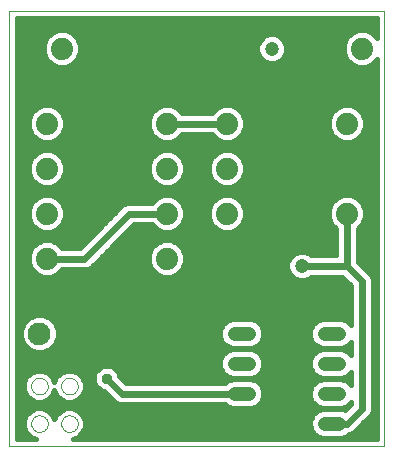
<source format=gbl>
G75*
%MOIN*%
%OFA0B0*%
%FSLAX24Y24*%
%IPPOS*%
%LPD*%
%AMOC8*
5,1,8,0,0,1.08239X$1,22.5*
%
%ADD10C,0.0000*%
%ADD11R,0.0472X0.0472*%
%ADD12C,0.0472*%
%ADD13C,0.0740*%
%ADD14C,0.0480*%
%ADD15C,0.0760*%
%ADD16C,0.0160*%
%ADD17C,0.2540*%
%ADD18R,0.0760X0.0760*%
%ADD19C,0.0240*%
%ADD20OC8,0.0356*%
D10*
X000180Y000346D02*
X000180Y014846D01*
X012680Y014846D01*
X012680Y000346D01*
X000180Y000346D01*
X000904Y001096D02*
X000906Y001129D01*
X000912Y001161D01*
X000921Y001192D01*
X000934Y001222D01*
X000951Y001250D01*
X000971Y001276D01*
X000994Y001300D01*
X001019Y001320D01*
X001047Y001338D01*
X001076Y001352D01*
X001107Y001362D01*
X001139Y001369D01*
X001172Y001372D01*
X001205Y001371D01*
X001237Y001366D01*
X001268Y001357D01*
X001299Y001345D01*
X001327Y001329D01*
X001354Y001310D01*
X001378Y001288D01*
X001399Y001263D01*
X001418Y001236D01*
X001433Y001207D01*
X001444Y001177D01*
X001452Y001145D01*
X001456Y001112D01*
X001456Y001080D01*
X001452Y001047D01*
X001444Y001015D01*
X001433Y000985D01*
X001418Y000956D01*
X001399Y000929D01*
X001378Y000904D01*
X001354Y000882D01*
X001327Y000863D01*
X001299Y000847D01*
X001268Y000835D01*
X001237Y000826D01*
X001205Y000821D01*
X001172Y000820D01*
X001139Y000823D01*
X001107Y000830D01*
X001076Y000840D01*
X001047Y000854D01*
X001019Y000872D01*
X000994Y000892D01*
X000971Y000916D01*
X000951Y000942D01*
X000934Y000970D01*
X000921Y001000D01*
X000912Y001031D01*
X000906Y001063D01*
X000904Y001096D01*
X000904Y002346D02*
X000906Y002379D01*
X000912Y002411D01*
X000921Y002442D01*
X000934Y002472D01*
X000951Y002500D01*
X000971Y002526D01*
X000994Y002550D01*
X001019Y002570D01*
X001047Y002588D01*
X001076Y002602D01*
X001107Y002612D01*
X001139Y002619D01*
X001172Y002622D01*
X001205Y002621D01*
X001237Y002616D01*
X001268Y002607D01*
X001299Y002595D01*
X001327Y002579D01*
X001354Y002560D01*
X001378Y002538D01*
X001399Y002513D01*
X001418Y002486D01*
X001433Y002457D01*
X001444Y002427D01*
X001452Y002395D01*
X001456Y002362D01*
X001456Y002330D01*
X001452Y002297D01*
X001444Y002265D01*
X001433Y002235D01*
X001418Y002206D01*
X001399Y002179D01*
X001378Y002154D01*
X001354Y002132D01*
X001327Y002113D01*
X001299Y002097D01*
X001268Y002085D01*
X001237Y002076D01*
X001205Y002071D01*
X001172Y002070D01*
X001139Y002073D01*
X001107Y002080D01*
X001076Y002090D01*
X001047Y002104D01*
X001019Y002122D01*
X000994Y002142D01*
X000971Y002166D01*
X000951Y002192D01*
X000934Y002220D01*
X000921Y002250D01*
X000912Y002281D01*
X000906Y002313D01*
X000904Y002346D01*
X001904Y002346D02*
X001906Y002379D01*
X001912Y002411D01*
X001921Y002442D01*
X001934Y002472D01*
X001951Y002500D01*
X001971Y002526D01*
X001994Y002550D01*
X002019Y002570D01*
X002047Y002588D01*
X002076Y002602D01*
X002107Y002612D01*
X002139Y002619D01*
X002172Y002622D01*
X002205Y002621D01*
X002237Y002616D01*
X002268Y002607D01*
X002299Y002595D01*
X002327Y002579D01*
X002354Y002560D01*
X002378Y002538D01*
X002399Y002513D01*
X002418Y002486D01*
X002433Y002457D01*
X002444Y002427D01*
X002452Y002395D01*
X002456Y002362D01*
X002456Y002330D01*
X002452Y002297D01*
X002444Y002265D01*
X002433Y002235D01*
X002418Y002206D01*
X002399Y002179D01*
X002378Y002154D01*
X002354Y002132D01*
X002327Y002113D01*
X002299Y002097D01*
X002268Y002085D01*
X002237Y002076D01*
X002205Y002071D01*
X002172Y002070D01*
X002139Y002073D01*
X002107Y002080D01*
X002076Y002090D01*
X002047Y002104D01*
X002019Y002122D01*
X001994Y002142D01*
X001971Y002166D01*
X001951Y002192D01*
X001934Y002220D01*
X001921Y002250D01*
X001912Y002281D01*
X001906Y002313D01*
X001904Y002346D01*
X001904Y001096D02*
X001906Y001129D01*
X001912Y001161D01*
X001921Y001192D01*
X001934Y001222D01*
X001951Y001250D01*
X001971Y001276D01*
X001994Y001300D01*
X002019Y001320D01*
X002047Y001338D01*
X002076Y001352D01*
X002107Y001362D01*
X002139Y001369D01*
X002172Y001372D01*
X002205Y001371D01*
X002237Y001366D01*
X002268Y001357D01*
X002299Y001345D01*
X002327Y001329D01*
X002354Y001310D01*
X002378Y001288D01*
X002399Y001263D01*
X002418Y001236D01*
X002433Y001207D01*
X002444Y001177D01*
X002452Y001145D01*
X002456Y001112D01*
X002456Y001080D01*
X002452Y001047D01*
X002444Y001015D01*
X002433Y000985D01*
X002418Y000956D01*
X002399Y000929D01*
X002378Y000904D01*
X002354Y000882D01*
X002327Y000863D01*
X002299Y000847D01*
X002268Y000835D01*
X002237Y000826D01*
X002205Y000821D01*
X002172Y000820D01*
X002139Y000823D01*
X002107Y000830D01*
X002076Y000840D01*
X002047Y000854D01*
X002019Y000872D01*
X001994Y000892D01*
X001971Y000916D01*
X001951Y000942D01*
X001934Y000970D01*
X001921Y001000D01*
X001912Y001031D01*
X001906Y001063D01*
X001904Y001096D01*
D11*
X008938Y006346D03*
X007938Y013596D03*
D12*
X008922Y013596D03*
X009922Y006346D03*
D13*
X011430Y008096D03*
X011430Y009596D03*
X011430Y011096D03*
X010930Y013596D03*
X011930Y013596D03*
X007430Y011096D03*
X007430Y009596D03*
X007430Y008096D03*
X005430Y008096D03*
X005430Y006596D03*
X005430Y009596D03*
X005430Y011096D03*
X001930Y013596D03*
X000930Y013596D03*
X001430Y011096D03*
X001430Y009596D03*
X001430Y008096D03*
X001430Y006596D03*
D14*
X007690Y004096D02*
X008170Y004096D01*
X008170Y003096D02*
X007690Y003096D01*
X007690Y002096D02*
X008170Y002096D01*
X008170Y001096D02*
X007690Y001096D01*
X010690Y001096D02*
X011170Y001096D01*
X011170Y002096D02*
X010690Y002096D01*
X010690Y003096D02*
X011170Y003096D01*
X011170Y004096D02*
X010690Y004096D01*
D15*
X001180Y004096D03*
D16*
X001635Y003675D02*
X007453Y003675D01*
X007418Y003689D02*
X007595Y003616D01*
X008265Y003616D01*
X008442Y003689D01*
X008577Y003824D01*
X008650Y004001D01*
X008650Y004192D01*
X008577Y004368D01*
X008442Y004503D01*
X008265Y004576D01*
X007595Y004576D01*
X007418Y004503D01*
X007283Y004368D01*
X007210Y004192D01*
X007210Y004001D01*
X007283Y003824D01*
X007418Y003689D01*
X007450Y003516D02*
X001400Y003516D01*
X001303Y003476D02*
X001531Y003571D01*
X001706Y003745D01*
X001800Y003973D01*
X001800Y004220D01*
X001706Y004448D01*
X001531Y004622D01*
X001303Y004716D01*
X001057Y004716D01*
X000829Y004622D01*
X000654Y004448D01*
X000560Y004220D01*
X000560Y003973D01*
X000654Y003745D01*
X000829Y003571D01*
X001057Y003476D01*
X001303Y003476D01*
X000960Y003516D02*
X000420Y003516D01*
X000420Y003358D02*
X007279Y003358D01*
X007283Y003368D02*
X007210Y003192D01*
X007210Y003001D01*
X007283Y002824D01*
X007418Y002689D01*
X007595Y002616D01*
X008265Y002616D01*
X008442Y002689D01*
X008577Y002824D01*
X008650Y003001D01*
X008650Y003192D01*
X008577Y003368D01*
X008442Y003503D01*
X008265Y003576D01*
X007595Y003576D01*
X007418Y003503D01*
X007283Y003368D01*
X007213Y003199D02*
X000420Y003199D01*
X000420Y003041D02*
X007210Y003041D01*
X007259Y002882D02*
X003735Y002882D01*
X003848Y002770D02*
X003603Y003014D01*
X003257Y003014D01*
X003012Y002770D01*
X003012Y002423D01*
X003257Y002178D01*
X003339Y002178D01*
X003726Y001791D01*
X003858Y001736D01*
X007371Y001736D01*
X007418Y001689D01*
X007595Y001616D01*
X008265Y001616D01*
X008442Y001689D01*
X008577Y001824D01*
X008650Y002001D01*
X008650Y002192D01*
X008577Y002368D01*
X008442Y002503D01*
X008265Y002576D01*
X007595Y002576D01*
X007418Y002503D01*
X007371Y002456D01*
X004079Y002456D01*
X003848Y002687D01*
X003848Y002770D01*
X003848Y002724D02*
X007384Y002724D01*
X007568Y002565D02*
X003970Y002565D01*
X003427Y002090D02*
X002632Y002090D01*
X002617Y002054D02*
X002696Y002244D01*
X002696Y002449D01*
X002617Y002638D01*
X002472Y002783D01*
X002283Y002862D01*
X002077Y002862D01*
X001888Y002783D01*
X001743Y002638D01*
X001680Y002487D01*
X001617Y002638D01*
X001472Y002783D01*
X001283Y002862D01*
X001077Y002862D01*
X000888Y002783D01*
X000743Y002638D01*
X000664Y002449D01*
X000664Y002244D01*
X000743Y002054D01*
X000888Y001909D01*
X001077Y001831D01*
X001283Y001831D01*
X001472Y001909D01*
X001617Y002054D01*
X001680Y002206D01*
X001743Y002054D01*
X001888Y001909D01*
X002077Y001831D01*
X002283Y001831D01*
X002472Y001909D01*
X002617Y002054D01*
X002494Y001931D02*
X003586Y001931D01*
X003770Y001773D02*
X000420Y001773D01*
X000420Y001931D02*
X000866Y001931D01*
X000728Y002090D02*
X000420Y002090D01*
X000420Y002248D02*
X000664Y002248D01*
X000664Y002407D02*
X000420Y002407D01*
X000420Y002565D02*
X000713Y002565D01*
X000828Y002724D02*
X000420Y002724D01*
X000420Y002882D02*
X003125Y002882D01*
X003012Y002724D02*
X002532Y002724D01*
X002647Y002565D02*
X003012Y002565D01*
X003028Y002407D02*
X002696Y002407D01*
X002696Y002248D02*
X003187Y002248D01*
X002472Y001533D02*
X002617Y001388D01*
X002696Y001199D01*
X002696Y000994D01*
X002617Y000804D01*
X002472Y000659D01*
X002296Y000586D01*
X012440Y000586D01*
X012440Y013244D01*
X012276Y013079D01*
X012051Y012986D01*
X011809Y012986D01*
X011584Y013079D01*
X011413Y013251D01*
X011320Y013475D01*
X011320Y013718D01*
X011413Y013942D01*
X011584Y014113D01*
X011809Y014206D01*
X012051Y014206D01*
X012276Y014113D01*
X012440Y013949D01*
X012440Y014606D01*
X000420Y014606D01*
X000420Y000586D01*
X001064Y000586D01*
X000888Y000659D01*
X000743Y000804D01*
X000664Y000994D01*
X000664Y001199D01*
X000743Y001388D01*
X000888Y001533D01*
X001077Y001612D01*
X001283Y001612D01*
X001472Y001533D01*
X001617Y001388D01*
X001680Y001237D01*
X001743Y001388D01*
X001888Y001533D01*
X002077Y001612D01*
X002283Y001612D01*
X002472Y001533D01*
X002550Y001456D02*
X010371Y001456D01*
X010418Y001503D02*
X010283Y001368D01*
X010210Y001192D01*
X010210Y001001D01*
X010283Y000824D01*
X010418Y000689D01*
X010595Y000616D01*
X011265Y000616D01*
X011442Y000689D01*
X011489Y000736D01*
X011502Y000736D01*
X011634Y000791D01*
X012134Y001291D01*
X012235Y001392D01*
X012290Y001525D01*
X012290Y005918D01*
X012235Y006050D01*
X012134Y006152D01*
X011790Y006495D01*
X011790Y007594D01*
X011947Y007751D01*
X012040Y007975D01*
X012040Y008218D01*
X011947Y008442D01*
X011776Y008613D01*
X011551Y008706D01*
X011309Y008706D01*
X011084Y008613D01*
X010913Y008442D01*
X010820Y008218D01*
X010820Y007975D01*
X010913Y007751D01*
X011070Y007594D01*
X011070Y006706D01*
X010236Y006706D01*
X010192Y006750D01*
X010017Y006823D01*
X009827Y006823D01*
X009652Y006750D01*
X009518Y006616D01*
X009446Y006441D01*
X009446Y006252D01*
X009518Y006077D01*
X009652Y005943D01*
X009827Y005870D01*
X010017Y005870D01*
X010192Y005943D01*
X010236Y005986D01*
X011281Y005986D01*
X011570Y005697D01*
X011570Y004375D01*
X011442Y004503D01*
X011265Y004576D01*
X010595Y004576D01*
X010418Y004503D01*
X010283Y004368D01*
X010210Y004192D01*
X010210Y004001D01*
X010283Y003824D01*
X010418Y003689D01*
X010595Y003616D01*
X011265Y003616D01*
X011442Y003689D01*
X011570Y003818D01*
X011570Y003375D01*
X011442Y003503D01*
X011265Y003576D01*
X010595Y003576D01*
X010418Y003503D01*
X010283Y003368D01*
X010210Y003192D01*
X010210Y003001D01*
X010283Y002824D01*
X010418Y002689D01*
X010595Y002616D01*
X011265Y002616D01*
X011442Y002689D01*
X011570Y002818D01*
X011570Y002375D01*
X011442Y002503D01*
X011265Y002576D01*
X010595Y002576D01*
X010418Y002503D01*
X010283Y002368D01*
X010210Y002192D01*
X010210Y002001D01*
X010283Y001824D01*
X010418Y001689D01*
X010595Y001616D01*
X011265Y001616D01*
X011442Y001689D01*
X011570Y001818D01*
X011570Y001745D01*
X011361Y001537D01*
X011265Y001576D01*
X010595Y001576D01*
X010418Y001503D01*
X010335Y001773D02*
X008525Y001773D01*
X008621Y001931D02*
X010239Y001931D01*
X010210Y002090D02*
X008650Y002090D01*
X008627Y002248D02*
X010233Y002248D01*
X010322Y002407D02*
X008538Y002407D01*
X008292Y002565D02*
X010568Y002565D01*
X010384Y002724D02*
X008476Y002724D01*
X008601Y002882D02*
X010259Y002882D01*
X010210Y003041D02*
X008650Y003041D01*
X008647Y003199D02*
X010213Y003199D01*
X010279Y003358D02*
X008581Y003358D01*
X008410Y003516D02*
X010450Y003516D01*
X010453Y003675D02*
X008407Y003675D01*
X008581Y003833D02*
X010279Y003833D01*
X010214Y003992D02*
X008646Y003992D01*
X008650Y004150D02*
X010210Y004150D01*
X010258Y004309D02*
X008602Y004309D01*
X008478Y004467D02*
X010382Y004467D01*
X011407Y003675D02*
X011570Y003675D01*
X011570Y003516D02*
X011410Y003516D01*
X011476Y002724D02*
X011570Y002724D01*
X011570Y002565D02*
X011292Y002565D01*
X011538Y002407D02*
X011570Y002407D01*
X011570Y001773D02*
X011525Y001773D01*
X011439Y001614D02*
X000420Y001614D01*
X000420Y001456D02*
X000810Y001456D01*
X000705Y001297D02*
X000420Y001297D01*
X000420Y001139D02*
X000664Y001139D01*
X000670Y000980D02*
X000420Y000980D01*
X000420Y000822D02*
X000736Y000822D01*
X000884Y000663D02*
X000420Y000663D01*
X001494Y001931D02*
X001866Y001931D01*
X001728Y002090D02*
X001632Y002090D01*
X001647Y002565D02*
X001713Y002565D01*
X001828Y002724D02*
X001532Y002724D01*
X000725Y003675D02*
X000420Y003675D01*
X000420Y003833D02*
X000618Y003833D01*
X000560Y003992D02*
X000420Y003992D01*
X000420Y004150D02*
X000560Y004150D01*
X000597Y004309D02*
X000420Y004309D01*
X000420Y004467D02*
X000674Y004467D01*
X000838Y004626D02*
X000420Y004626D01*
X000420Y004784D02*
X011570Y004784D01*
X011570Y004626D02*
X001522Y004626D01*
X001686Y004467D02*
X007382Y004467D01*
X007258Y004309D02*
X001763Y004309D01*
X001800Y004150D02*
X007210Y004150D01*
X007214Y003992D02*
X001800Y003992D01*
X001742Y003833D02*
X007279Y003833D01*
X005776Y006079D02*
X005551Y005986D01*
X005309Y005986D01*
X005084Y006079D01*
X004913Y006251D01*
X004820Y006475D01*
X004820Y006718D01*
X004913Y006942D01*
X005084Y007113D01*
X005309Y007206D01*
X005551Y007206D01*
X005776Y007113D01*
X005947Y006942D01*
X006040Y006718D01*
X006040Y006475D01*
X005947Y006251D01*
X005776Y006079D01*
X005711Y006052D02*
X009543Y006052D01*
X009463Y006211D02*
X005907Y006211D01*
X005996Y006369D02*
X009446Y006369D01*
X009482Y006528D02*
X006040Y006528D01*
X006040Y006686D02*
X009589Y006686D01*
X009770Y005894D02*
X000420Y005894D01*
X000420Y006052D02*
X001149Y006052D01*
X001084Y006079D02*
X001309Y005986D01*
X001551Y005986D01*
X001776Y006079D01*
X001933Y006236D01*
X002752Y006236D01*
X002884Y006291D01*
X004329Y007736D01*
X004927Y007736D01*
X005084Y007579D01*
X005309Y007486D01*
X005551Y007486D01*
X005776Y007579D01*
X005947Y007751D01*
X006040Y007975D01*
X006040Y008218D01*
X005947Y008442D01*
X005776Y008613D01*
X005551Y008706D01*
X005309Y008706D01*
X005084Y008613D01*
X004927Y008456D01*
X004108Y008456D01*
X003976Y008402D01*
X003875Y008300D01*
X002531Y006956D01*
X001933Y006956D01*
X001776Y007113D01*
X001551Y007206D01*
X001309Y007206D01*
X001084Y007113D01*
X000913Y006942D01*
X000820Y006718D01*
X000820Y006475D01*
X000913Y006251D01*
X001084Y006079D01*
X000953Y006211D02*
X000420Y006211D01*
X000420Y006369D02*
X000864Y006369D01*
X000820Y006528D02*
X000420Y006528D01*
X000420Y006686D02*
X000820Y006686D01*
X000873Y006845D02*
X000420Y006845D01*
X000420Y007003D02*
X000974Y007003D01*
X001201Y007162D02*
X000420Y007162D01*
X000420Y007320D02*
X002895Y007320D01*
X002736Y007162D02*
X001659Y007162D01*
X001886Y007003D02*
X002578Y007003D01*
X003053Y007479D02*
X000420Y007479D01*
X000420Y007637D02*
X001026Y007637D01*
X001084Y007579D02*
X000913Y007751D01*
X000820Y007975D01*
X000820Y008218D01*
X000913Y008442D01*
X001084Y008613D01*
X001309Y008706D01*
X001551Y008706D01*
X001776Y008613D01*
X001947Y008442D01*
X002040Y008218D01*
X002040Y007975D01*
X001947Y007751D01*
X001776Y007579D01*
X001551Y007486D01*
X001309Y007486D01*
X001084Y007579D01*
X000894Y007796D02*
X000420Y007796D01*
X000420Y007954D02*
X000829Y007954D01*
X000820Y008113D02*
X000420Y008113D01*
X000420Y008271D02*
X000842Y008271D01*
X000908Y008430D02*
X000420Y008430D01*
X000420Y008588D02*
X001059Y008588D01*
X001309Y008986D02*
X001551Y008986D01*
X001776Y009079D01*
X001947Y009251D01*
X002040Y009475D01*
X002040Y009718D01*
X001947Y009942D01*
X001776Y010113D01*
X001551Y010206D01*
X001309Y010206D01*
X001084Y010113D01*
X000913Y009942D01*
X000820Y009718D01*
X000820Y009475D01*
X000913Y009251D01*
X001084Y009079D01*
X001309Y008986D01*
X001122Y009064D02*
X000420Y009064D01*
X000420Y009222D02*
X000941Y009222D01*
X000859Y009381D02*
X000420Y009381D01*
X000420Y009539D02*
X000820Y009539D01*
X000820Y009698D02*
X000420Y009698D01*
X000420Y009856D02*
X000877Y009856D01*
X000986Y010015D02*
X000420Y010015D01*
X000420Y010173D02*
X001229Y010173D01*
X001309Y010486D02*
X001551Y010486D01*
X001776Y010579D01*
X001947Y010751D01*
X002040Y010975D01*
X002040Y011218D01*
X001947Y011442D01*
X001776Y011613D01*
X001551Y011706D01*
X001309Y011706D01*
X001084Y011613D01*
X000913Y011442D01*
X000820Y011218D01*
X000820Y010975D01*
X000913Y010751D01*
X001084Y010579D01*
X001309Y010486D01*
X001299Y010490D02*
X000420Y010490D01*
X000420Y010332D02*
X012440Y010332D01*
X012440Y010490D02*
X011561Y010490D01*
X011551Y010486D02*
X011776Y010579D01*
X011947Y010751D01*
X012040Y010975D01*
X012040Y011218D01*
X011947Y011442D01*
X011776Y011613D01*
X011551Y011706D01*
X011309Y011706D01*
X011084Y011613D01*
X010913Y011442D01*
X010820Y011218D01*
X010820Y010975D01*
X010913Y010751D01*
X011084Y010579D01*
X011309Y010486D01*
X011551Y010486D01*
X011299Y010490D02*
X007561Y010490D01*
X007551Y010486D02*
X007776Y010579D01*
X007947Y010751D01*
X008040Y010975D01*
X008040Y011218D01*
X007947Y011442D01*
X007776Y011613D01*
X007551Y011706D01*
X007309Y011706D01*
X007084Y011613D01*
X006927Y011456D01*
X005933Y011456D01*
X005776Y011613D01*
X005551Y011706D01*
X005309Y011706D01*
X005084Y011613D01*
X004913Y011442D01*
X004820Y011218D01*
X004820Y010975D01*
X004913Y010751D01*
X005084Y010579D01*
X005309Y010486D01*
X005551Y010486D01*
X005776Y010579D01*
X005933Y010736D01*
X006927Y010736D01*
X007084Y010579D01*
X007309Y010486D01*
X007551Y010486D01*
X007299Y010490D02*
X005561Y010490D01*
X005299Y010490D02*
X001561Y010490D01*
X001631Y010173D02*
X005229Y010173D01*
X005309Y010206D02*
X005084Y010113D01*
X004913Y009942D01*
X004820Y009718D01*
X004820Y009475D01*
X004913Y009251D01*
X005084Y009079D01*
X005309Y008986D01*
X005551Y008986D01*
X005776Y009079D01*
X005947Y009251D01*
X006040Y009475D01*
X006040Y009718D01*
X005947Y009942D01*
X005776Y010113D01*
X005551Y010206D01*
X005309Y010206D01*
X005631Y010173D02*
X007229Y010173D01*
X007309Y010206D02*
X007084Y010113D01*
X006913Y009942D01*
X006820Y009718D01*
X006820Y009475D01*
X006913Y009251D01*
X007084Y009079D01*
X007309Y008986D01*
X007551Y008986D01*
X007776Y009079D01*
X007947Y009251D01*
X008040Y009475D01*
X008040Y009718D01*
X007947Y009942D01*
X007776Y010113D01*
X007551Y010206D01*
X007309Y010206D01*
X006986Y010015D02*
X005874Y010015D01*
X005983Y009856D02*
X006877Y009856D01*
X006820Y009698D02*
X006040Y009698D01*
X006040Y009539D02*
X006820Y009539D01*
X006859Y009381D02*
X006001Y009381D01*
X005919Y009222D02*
X006941Y009222D01*
X007122Y009064D02*
X005738Y009064D01*
X005801Y008588D02*
X007059Y008588D01*
X007084Y008613D02*
X006913Y008442D01*
X006820Y008218D01*
X006820Y007975D01*
X006913Y007751D01*
X007084Y007579D01*
X007309Y007486D01*
X007551Y007486D01*
X007776Y007579D01*
X007947Y007751D01*
X008040Y007975D01*
X008040Y008218D01*
X007947Y008442D01*
X007776Y008613D01*
X007551Y008706D01*
X007309Y008706D01*
X007084Y008613D01*
X006908Y008430D02*
X005952Y008430D01*
X006018Y008271D02*
X006842Y008271D01*
X006820Y008113D02*
X006040Y008113D01*
X006031Y007954D02*
X006829Y007954D01*
X006894Y007796D02*
X005966Y007796D01*
X005834Y007637D02*
X007026Y007637D01*
X007834Y007637D02*
X011026Y007637D01*
X011070Y007479D02*
X004072Y007479D01*
X004230Y007637D02*
X005026Y007637D01*
X005201Y007162D02*
X003755Y007162D01*
X003913Y007320D02*
X011070Y007320D01*
X011070Y007162D02*
X005659Y007162D01*
X005886Y007003D02*
X011070Y007003D01*
X011070Y006845D02*
X005987Y006845D01*
X005149Y006052D02*
X001711Y006052D01*
X001907Y006211D02*
X004953Y006211D01*
X004864Y006369D02*
X002962Y006369D01*
X003121Y006528D02*
X004820Y006528D01*
X004820Y006686D02*
X003279Y006686D01*
X003438Y006845D02*
X004873Y006845D01*
X004974Y007003D02*
X003596Y007003D01*
X003212Y007637D02*
X001834Y007637D01*
X001966Y007796D02*
X003370Y007796D01*
X003529Y007954D02*
X002031Y007954D01*
X002040Y008113D02*
X003687Y008113D01*
X003846Y008271D02*
X002018Y008271D01*
X001952Y008430D02*
X004044Y008430D01*
X004859Y009381D02*
X002001Y009381D01*
X002040Y009539D02*
X004820Y009539D01*
X004820Y009698D02*
X002040Y009698D01*
X001983Y009856D02*
X004877Y009856D01*
X004986Y010015D02*
X001874Y010015D01*
X001845Y010649D02*
X005015Y010649D01*
X004889Y010807D02*
X001971Y010807D01*
X002036Y010966D02*
X004824Y010966D01*
X004820Y011124D02*
X002040Y011124D01*
X002013Y011283D02*
X004847Y011283D01*
X004913Y011441D02*
X001947Y011441D01*
X001789Y011600D02*
X005071Y011600D01*
X005789Y011600D02*
X007071Y011600D01*
X007789Y011600D02*
X011071Y011600D01*
X010913Y011441D02*
X007947Y011441D01*
X008013Y011283D02*
X010847Y011283D01*
X010820Y011124D02*
X008040Y011124D01*
X008036Y010966D02*
X010824Y010966D01*
X010889Y010807D02*
X007971Y010807D01*
X007845Y010649D02*
X011015Y010649D01*
X011845Y010649D02*
X012440Y010649D01*
X012440Y010807D02*
X011971Y010807D01*
X012036Y010966D02*
X012440Y010966D01*
X012440Y011124D02*
X012040Y011124D01*
X012013Y011283D02*
X012440Y011283D01*
X012440Y011441D02*
X011947Y011441D01*
X011789Y011600D02*
X012440Y011600D01*
X012440Y011758D02*
X000420Y011758D01*
X000420Y011600D02*
X001071Y011600D01*
X000913Y011441D02*
X000420Y011441D01*
X000420Y011283D02*
X000847Y011283D01*
X000820Y011124D02*
X000420Y011124D01*
X000420Y010966D02*
X000824Y010966D01*
X000889Y010807D02*
X000420Y010807D01*
X000420Y010649D02*
X001015Y010649D01*
X000420Y011917D02*
X012440Y011917D01*
X012440Y012075D02*
X000420Y012075D01*
X000420Y012234D02*
X012440Y012234D01*
X012440Y012392D02*
X000420Y012392D01*
X000420Y012551D02*
X012440Y012551D01*
X012440Y012709D02*
X000420Y012709D01*
X000420Y012868D02*
X012440Y012868D01*
X012440Y013026D02*
X012148Y013026D01*
X012381Y013185D02*
X012440Y013185D01*
X011712Y013026D02*
X002148Y013026D01*
X002051Y012986D02*
X002276Y013079D01*
X002447Y013251D01*
X002540Y013475D01*
X002540Y013718D01*
X002447Y013942D01*
X002276Y014113D01*
X002051Y014206D01*
X001809Y014206D01*
X001584Y014113D01*
X001413Y013942D01*
X001320Y013718D01*
X001320Y013475D01*
X001413Y013251D01*
X001584Y013079D01*
X001809Y012986D01*
X002051Y012986D01*
X001712Y013026D02*
X000420Y013026D01*
X000420Y013185D02*
X001479Y013185D01*
X001375Y013343D02*
X000420Y013343D01*
X000420Y013502D02*
X001320Y013502D01*
X001320Y013660D02*
X000420Y013660D01*
X000420Y013819D02*
X001362Y013819D01*
X001448Y013977D02*
X000420Y013977D01*
X000420Y014136D02*
X001639Y014136D01*
X002221Y014136D02*
X011639Y014136D01*
X011448Y013977D02*
X009215Y013977D01*
X009192Y014000D02*
X009017Y014073D01*
X008827Y014073D01*
X008652Y014000D01*
X008518Y013866D01*
X008446Y013691D01*
X008446Y013502D01*
X002540Y013502D01*
X002540Y013660D02*
X008446Y013660D01*
X008446Y013502D02*
X008518Y013327D01*
X008652Y013193D01*
X008827Y013120D01*
X009017Y013120D01*
X009192Y013193D01*
X009326Y013327D01*
X009398Y013502D01*
X011320Y013502D01*
X011320Y013660D02*
X009398Y013660D01*
X009398Y013691D02*
X009398Y013502D01*
X009333Y013343D02*
X011375Y013343D01*
X011479Y013185D02*
X009173Y013185D01*
X008671Y013185D02*
X002381Y013185D01*
X002485Y013343D02*
X008511Y013343D01*
X008499Y013819D02*
X002498Y013819D01*
X002412Y013977D02*
X008630Y013977D01*
X009192Y014000D02*
X009326Y013866D01*
X009398Y013691D01*
X009345Y013819D02*
X011362Y013819D01*
X012221Y014136D02*
X012440Y014136D01*
X012440Y014294D02*
X000420Y014294D01*
X000420Y014453D02*
X012440Y014453D01*
X012412Y013977D02*
X012440Y013977D01*
X012440Y010173D02*
X007631Y010173D01*
X007874Y010015D02*
X012440Y010015D01*
X012440Y009856D02*
X007983Y009856D01*
X008040Y009698D02*
X012440Y009698D01*
X012440Y009539D02*
X008040Y009539D01*
X008001Y009381D02*
X012440Y009381D01*
X012440Y009222D02*
X007919Y009222D01*
X007738Y009064D02*
X012440Y009064D01*
X012440Y008905D02*
X000420Y008905D01*
X000420Y008747D02*
X012440Y008747D01*
X012440Y008588D02*
X011801Y008588D01*
X011952Y008430D02*
X012440Y008430D01*
X012440Y008271D02*
X012018Y008271D01*
X012040Y008113D02*
X012440Y008113D01*
X012440Y007954D02*
X012031Y007954D01*
X011966Y007796D02*
X012440Y007796D01*
X012440Y007637D02*
X011834Y007637D01*
X011790Y007479D02*
X012440Y007479D01*
X012440Y007320D02*
X011790Y007320D01*
X011790Y007162D02*
X012440Y007162D01*
X012440Y007003D02*
X011790Y007003D01*
X011790Y006845D02*
X012440Y006845D01*
X012440Y006686D02*
X011790Y006686D01*
X011790Y006528D02*
X012440Y006528D01*
X012440Y006369D02*
X011916Y006369D01*
X012075Y006211D02*
X012440Y006211D01*
X012440Y006052D02*
X012233Y006052D01*
X012134Y006152D02*
X012134Y006152D01*
X012290Y005894D02*
X012440Y005894D01*
X012440Y005735D02*
X012290Y005735D01*
X012290Y005577D02*
X012440Y005577D01*
X012440Y005418D02*
X012290Y005418D01*
X012290Y005260D02*
X012440Y005260D01*
X012440Y005101D02*
X012290Y005101D01*
X012290Y004943D02*
X012440Y004943D01*
X012440Y004784D02*
X012290Y004784D01*
X012290Y004626D02*
X012440Y004626D01*
X012440Y004467D02*
X012290Y004467D01*
X012290Y004309D02*
X012440Y004309D01*
X012440Y004150D02*
X012290Y004150D01*
X012290Y003992D02*
X012440Y003992D01*
X012440Y003833D02*
X012290Y003833D01*
X012290Y003675D02*
X012440Y003675D01*
X012440Y003516D02*
X012290Y003516D01*
X012290Y003358D02*
X012440Y003358D01*
X012440Y003199D02*
X012290Y003199D01*
X012290Y003041D02*
X012440Y003041D01*
X012440Y002882D02*
X012290Y002882D01*
X012290Y002724D02*
X012440Y002724D01*
X012440Y002565D02*
X012290Y002565D01*
X012290Y002407D02*
X012440Y002407D01*
X012440Y002248D02*
X012290Y002248D01*
X012290Y002090D02*
X012440Y002090D01*
X012440Y001931D02*
X012290Y001931D01*
X012290Y001773D02*
X012440Y001773D01*
X012440Y001614D02*
X012290Y001614D01*
X012261Y001456D02*
X012440Y001456D01*
X012440Y001297D02*
X012140Y001297D01*
X011982Y001139D02*
X012440Y001139D01*
X012440Y000980D02*
X011823Y000980D01*
X011665Y000822D02*
X012440Y000822D01*
X012440Y000663D02*
X011379Y000663D01*
X010481Y000663D02*
X002476Y000663D01*
X002624Y000822D02*
X010286Y000822D01*
X010218Y000980D02*
X002690Y000980D01*
X002696Y001139D02*
X010210Y001139D01*
X010254Y001297D02*
X002655Y001297D01*
X001810Y001456D02*
X001550Y001456D01*
X001655Y001297D02*
X001705Y001297D01*
X000420Y004943D02*
X011570Y004943D01*
X011570Y005101D02*
X000420Y005101D01*
X000420Y005260D02*
X011570Y005260D01*
X011570Y005418D02*
X000420Y005418D01*
X000420Y005577D02*
X011570Y005577D01*
X011532Y005735D02*
X000420Y005735D01*
X001801Y008588D02*
X005059Y008588D01*
X005122Y009064D02*
X001738Y009064D01*
X001919Y009222D02*
X004941Y009222D01*
X005845Y010649D02*
X007015Y010649D01*
X007801Y008588D02*
X011059Y008588D01*
X010908Y008430D02*
X007952Y008430D01*
X008018Y008271D02*
X010842Y008271D01*
X010820Y008113D02*
X008040Y008113D01*
X008031Y007954D02*
X010829Y007954D01*
X010894Y007796D02*
X007966Y007796D01*
X010074Y005894D02*
X011373Y005894D01*
X011478Y004467D02*
X011570Y004467D01*
D17*
X004680Y013346D03*
D18*
X002180Y004096D03*
D19*
X003430Y002596D02*
X003930Y002096D01*
X007930Y002096D01*
X010930Y001096D02*
X011430Y001096D01*
X011930Y001596D01*
X011930Y005846D01*
X011430Y006346D01*
X011430Y008096D01*
X011430Y006346D02*
X009922Y006346D01*
X007430Y011096D02*
X005430Y011096D01*
X005430Y008096D02*
X004180Y008096D01*
X002680Y006596D01*
X001430Y006596D01*
D20*
X003430Y002596D03*
M02*

</source>
